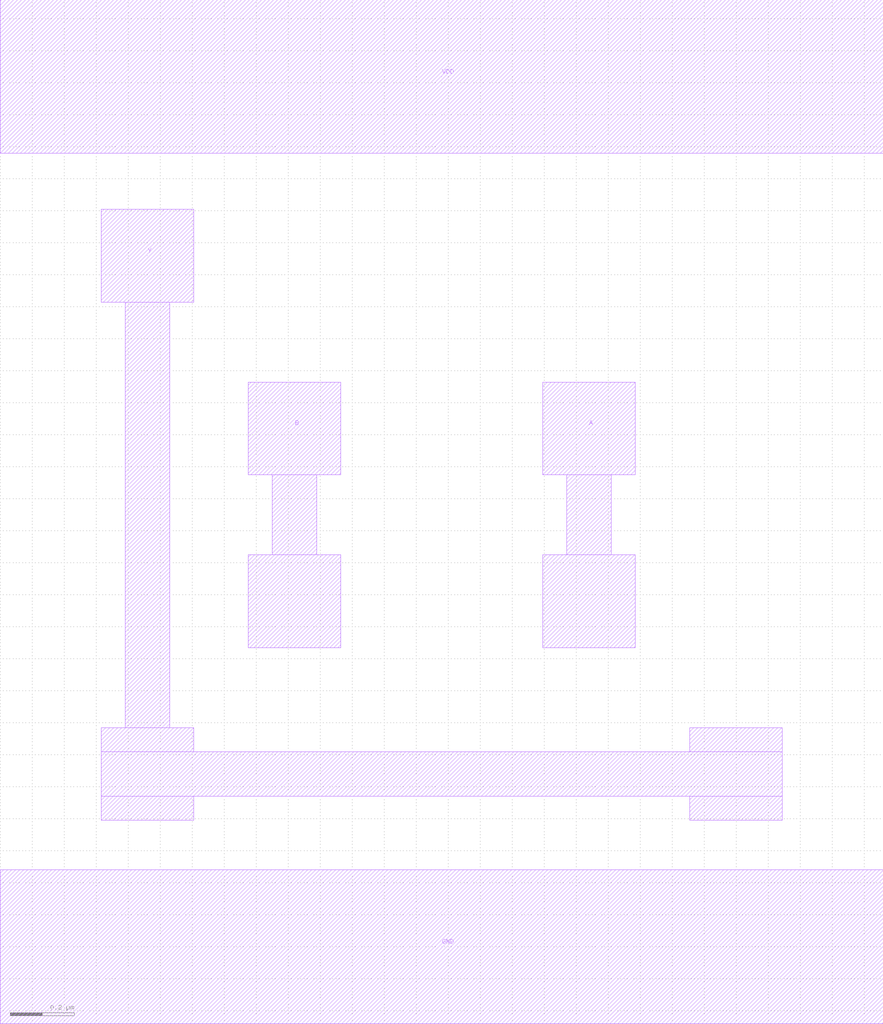
<source format=lef>
MACRO NOR2X1
 CLASS CORE ;
 ORIGIN 0 0 ;
 FOREIGN NOR2X1 0 0 ;
 SITE CORE ;
 SYMMETRY X Y R90 ;
  PIN VDD
   DIRECTION INOUT ;
   USE SIGNAL ;
   SHAPE ABUTMENT ;
    PORT
     CLASS CORE ;
       LAYER metal2 ;
        RECT 0.00000000 2.48000000 2.76000000 2.96000000 ;
    END
  END VDD

  PIN GND
   DIRECTION INOUT ;
   USE SIGNAL ;
   SHAPE ABUTMENT ;
    PORT
     CLASS CORE ;
       LAYER metal2 ;
        RECT 0.00000000 -0.24000000 2.76000000 0.24000000 ;
    END
  END GND

  PIN Y
   DIRECTION INOUT ;
   USE SIGNAL ;
   SHAPE ABUTMENT ;
    PORT
     CLASS CORE ;
       LAYER metal2 ;
        RECT 0.31500000 0.39500000 0.60500000 0.47000000 ;
        RECT 2.15500000 0.39500000 2.44500000 0.47000000 ;
        RECT 0.31500000 0.47000000 2.44500000 0.61000000 ;
        RECT 0.31500000 0.61000000 0.60500000 0.68500000 ;
        RECT 2.15500000 0.61000000 2.44500000 0.68500000 ;
        RECT 0.39000000 0.68500000 0.53000000 2.01500000 ;
        RECT 0.31500000 2.01500000 0.60500000 2.30500000 ;
    END
  END Y

  PIN B
   DIRECTION INOUT ;
   USE SIGNAL ;
   SHAPE ABUTMENT ;
    PORT
     CLASS CORE ;
       LAYER metal2 ;
        RECT 0.77500000 0.93500000 1.06500000 1.22500000 ;
        RECT 0.85000000 1.22500000 0.99000000 1.47500000 ;
        RECT 0.77500000 1.47500000 1.06500000 1.76500000 ;
    END
  END B

  PIN A
   DIRECTION INOUT ;
   USE SIGNAL ;
   SHAPE ABUTMENT ;
    PORT
     CLASS CORE ;
       LAYER metal2 ;
        RECT 1.69500000 0.93500000 1.98500000 1.22500000 ;
        RECT 1.77000000 1.22500000 1.91000000 1.47500000 ;
        RECT 1.69500000 1.47500000 1.98500000 1.76500000 ;
    END
  END A


END NOR2X1

</source>
